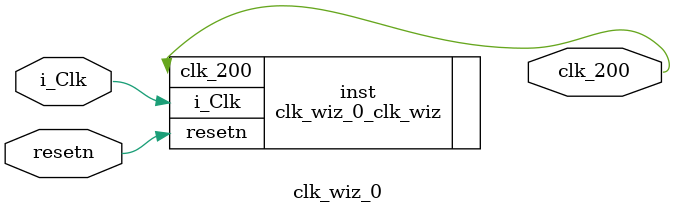
<source format=v>


`timescale 1ps/1ps

(* CORE_GENERATION_INFO = "clk_wiz_0,clk_wiz_v6_0_9_0_0,{component_name=clk_wiz_0,use_phase_alignment=true,use_min_o_jitter=false,use_max_i_jitter=false,use_dyn_phase_shift=false,use_inclk_switchover=false,use_dyn_reconfig=false,enable_axi=0,feedback_source=FDBK_AUTO,PRIMITIVE=MMCM,num_out_clk=1,clkin1_period=10.000,clkin2_period=10.000,use_power_down=false,use_reset=true,use_locked=false,use_inclk_stopped=false,feedback_type=SINGLE,CLOCK_MGR_TYPE=NA,manual_override=false}" *)

module clk_wiz_0 
 (
  // Clock out ports
  output        clk_200,
  // Status and control signals
  input         resetn,
 // Clock in ports
  input         i_Clk
 );

  clk_wiz_0_clk_wiz inst
  (
  // Clock out ports  
  .clk_200(clk_200),
  // Status and control signals               
  .resetn(resetn), 
 // Clock in ports
  .i_Clk(i_Clk)
  );

endmodule

</source>
